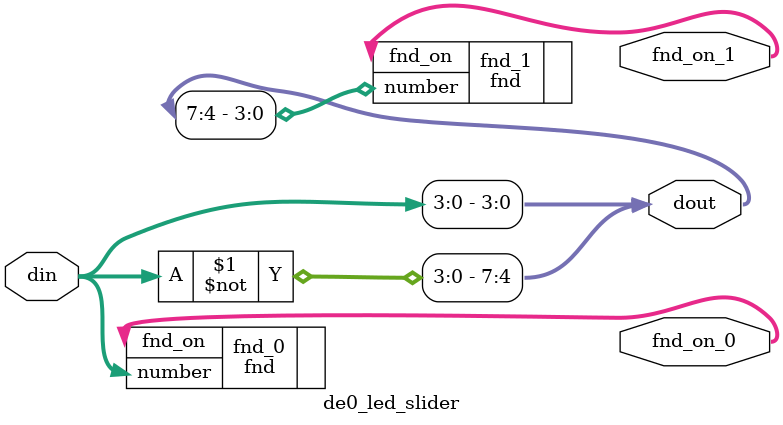
<source format=v>
module de0_led_slider (
	din,
	dout,
	fnd_on_0,
	fnd_on_1
);

input [3:0] din;  // Slider

output [7:0] dout;  // LED
output[6:0] fnd_on_0;
output[6:0] fnd_on_1;

assign dout[3:0] = din;
assign dout[7:4] = ~din;


fnd fnd_0(
.number(dout[3:0]),
.fnd_on(fnd_on_0)
);

fnd fnd_1(
.number(dout[7:4]),
.fnd_on(fnd_on_1)
);

endmodule
</source>
